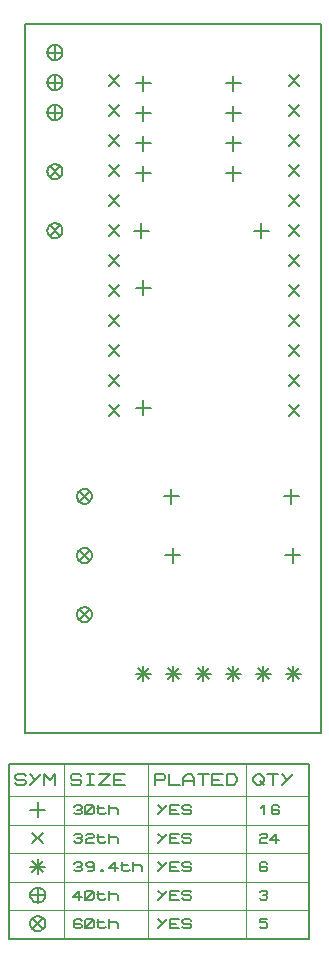
<source format=gbr>
G04 PROTEUS RS274X GERBER FILE*
%FSLAX26Y26*%
%MOIN*%
G01*
%ADD70C,0.008000*%
%ADD26C,0.005000*%
%ADD27C,0.002500*%
D70*
X-116103Y+616103D02*
X-80748Y+580748D01*
X-116103Y+580748D02*
X-80748Y+616103D01*
X-116103Y+516103D02*
X-80748Y+480748D01*
X-116103Y+480748D02*
X-80748Y+516103D01*
X-116103Y+416103D02*
X-80748Y+380748D01*
X-116103Y+380748D02*
X-80748Y+416103D01*
X-116103Y+316103D02*
X-80748Y+280748D01*
X-116103Y+280748D02*
X-80748Y+316103D01*
X-116103Y+216103D02*
X-80748Y+180748D01*
X-116103Y+180748D02*
X-80748Y+216103D01*
X-116103Y+116103D02*
X-80748Y+80748D01*
X-116103Y+80748D02*
X-80748Y+116103D01*
X-116103Y+16103D02*
X-80748Y-19252D01*
X-116103Y-19252D02*
X-80748Y+16103D01*
X-116103Y-83897D02*
X-80748Y-119252D01*
X-116103Y-119252D02*
X-80748Y-83897D01*
X-116103Y-183897D02*
X-80748Y-219252D01*
X-116103Y-219252D02*
X-80748Y-183897D01*
X-116103Y-283897D02*
X-80748Y-319252D01*
X-116103Y-319252D02*
X-80748Y-283897D01*
X-116103Y-383897D02*
X-80748Y-419252D01*
X-116103Y-419252D02*
X-80748Y-383897D01*
X-116103Y-483897D02*
X-80748Y-519252D01*
X-116103Y-519252D02*
X-80748Y-483897D01*
X+483897Y-483897D02*
X+519252Y-519252D01*
X+483897Y-519252D02*
X+519252Y-483897D01*
X+483897Y-383897D02*
X+519252Y-419252D01*
X+483897Y-419252D02*
X+519252Y-383897D01*
X+483897Y-283897D02*
X+519252Y-319252D01*
X+483897Y-319252D02*
X+519252Y-283897D01*
X+483897Y-183897D02*
X+519252Y-219252D01*
X+483897Y-219252D02*
X+519252Y-183897D01*
X+483897Y-83897D02*
X+519252Y-119252D01*
X+483897Y-119252D02*
X+519252Y-83897D01*
X+483897Y+16103D02*
X+519252Y-19252D01*
X+483897Y-19252D02*
X+519252Y+16103D01*
X+483897Y+116103D02*
X+519252Y+80748D01*
X+483897Y+80748D02*
X+519252Y+116103D01*
X+483897Y+216103D02*
X+519252Y+180748D01*
X+483897Y+180748D02*
X+519252Y+216103D01*
X+483897Y+316103D02*
X+519252Y+280748D01*
X+483897Y+280748D02*
X+519252Y+316103D01*
X+483897Y+416103D02*
X+519252Y+380748D01*
X+483897Y+380748D02*
X+519252Y+416103D01*
X+483897Y+516103D02*
X+519252Y+480748D01*
X+483897Y+480748D02*
X+519252Y+516103D01*
X+483897Y+616103D02*
X+519252Y+580748D01*
X+483897Y+580748D02*
X+519252Y+616103D01*
X+0Y+615551D02*
X+0Y+565551D01*
X-25000Y+590551D02*
X+25000Y+590551D01*
X+0Y+515551D02*
X+0Y+465551D01*
X-25000Y+490551D02*
X+25000Y+490551D01*
X+0Y+415551D02*
X+0Y+365551D01*
X-25000Y+390551D02*
X+25000Y+390551D01*
X+0Y+315551D02*
X+0Y+265551D01*
X-25000Y+290551D02*
X+25000Y+290551D01*
X+300000Y+315551D02*
X+300000Y+265551D01*
X+275000Y+290551D02*
X+325000Y+290551D01*
X+300000Y+415551D02*
X+300000Y+365551D01*
X+275000Y+390551D02*
X+325000Y+390551D01*
X+300000Y+515551D02*
X+300000Y+465551D01*
X+275000Y+490551D02*
X+325000Y+490551D01*
X+300000Y+615551D02*
X+300000Y+565551D01*
X+275000Y+590551D02*
X+325000Y+590551D01*
X+0Y-1352953D02*
X+0Y-1402953D01*
X-25000Y-1377953D02*
X+25000Y-1377953D01*
X-17678Y-1360275D02*
X+17678Y-1395630D01*
X-17678Y-1395630D02*
X+17678Y-1360275D01*
X+100000Y-1352953D02*
X+100000Y-1402953D01*
X+75000Y-1377953D02*
X+125000Y-1377953D01*
X+82322Y-1360275D02*
X+117678Y-1395630D01*
X+82322Y-1395630D02*
X+117678Y-1360275D01*
X+200000Y-1352953D02*
X+200000Y-1402953D01*
X+175000Y-1377953D02*
X+225000Y-1377953D01*
X+182322Y-1360275D02*
X+217678Y-1395630D01*
X+182322Y-1395630D02*
X+217678Y-1360275D01*
X+300000Y-1352953D02*
X+300000Y-1402953D01*
X+275000Y-1377953D02*
X+325000Y-1377953D01*
X+282322Y-1360275D02*
X+317678Y-1395630D01*
X+282322Y-1395630D02*
X+317678Y-1360275D01*
X+400000Y-1352953D02*
X+400000Y-1402953D01*
X+375000Y-1377953D02*
X+425000Y-1377953D01*
X+382322Y-1360275D02*
X+417678Y-1395630D01*
X+382322Y-1395630D02*
X+417678Y-1360275D01*
X+500000Y-1352953D02*
X+500000Y-1402953D01*
X+475000Y-1377953D02*
X+525000Y-1377953D01*
X+482322Y-1360275D02*
X+517678Y-1395630D01*
X+482322Y-1395630D02*
X+517678Y-1360275D01*
X-270276Y+692126D02*
X-270361Y+694191D01*
X-271056Y+698323D01*
X-272510Y+702455D01*
X-274883Y+706587D01*
X-278514Y+710674D01*
X-282646Y+713701D01*
X-286778Y+715637D01*
X-290910Y+716742D01*
X-295042Y+717125D01*
X-295276Y+717126D01*
X-320276Y+692126D02*
X-320191Y+694191D01*
X-319496Y+698323D01*
X-318042Y+702455D01*
X-315669Y+706587D01*
X-312038Y+710674D01*
X-307906Y+713701D01*
X-303774Y+715637D01*
X-299642Y+716742D01*
X-295510Y+717125D01*
X-295276Y+717126D01*
X-320276Y+692126D02*
X-320191Y+690061D01*
X-319496Y+685929D01*
X-318042Y+681797D01*
X-315669Y+677665D01*
X-312038Y+673578D01*
X-307906Y+670551D01*
X-303774Y+668615D01*
X-299642Y+667510D01*
X-295510Y+667127D01*
X-295276Y+667126D01*
X-270276Y+692126D02*
X-270361Y+690061D01*
X-271056Y+685929D01*
X-272510Y+681797D01*
X-274883Y+677665D01*
X-278514Y+673578D01*
X-282646Y+670551D01*
X-286778Y+668615D01*
X-290910Y+667510D01*
X-295042Y+667127D01*
X-295276Y+667126D01*
X-295276Y+717126D02*
X-295276Y+667126D01*
X-320276Y+692126D02*
X-270276Y+692126D01*
X-270276Y+592126D02*
X-270361Y+594191D01*
X-271056Y+598323D01*
X-272510Y+602455D01*
X-274883Y+606587D01*
X-278514Y+610674D01*
X-282646Y+613701D01*
X-286778Y+615637D01*
X-290910Y+616742D01*
X-295042Y+617125D01*
X-295276Y+617126D01*
X-320276Y+592126D02*
X-320191Y+594191D01*
X-319496Y+598323D01*
X-318042Y+602455D01*
X-315669Y+606587D01*
X-312038Y+610674D01*
X-307906Y+613701D01*
X-303774Y+615637D01*
X-299642Y+616742D01*
X-295510Y+617125D01*
X-295276Y+617126D01*
X-320276Y+592126D02*
X-320191Y+590061D01*
X-319496Y+585929D01*
X-318042Y+581797D01*
X-315669Y+577665D01*
X-312038Y+573578D01*
X-307906Y+570551D01*
X-303774Y+568615D01*
X-299642Y+567510D01*
X-295510Y+567127D01*
X-295276Y+567126D01*
X-270276Y+592126D02*
X-270361Y+590061D01*
X-271056Y+585929D01*
X-272510Y+581797D01*
X-274883Y+577665D01*
X-278514Y+573578D01*
X-282646Y+570551D01*
X-286778Y+568615D01*
X-290910Y+567510D01*
X-295042Y+567127D01*
X-295276Y+567126D01*
X-295276Y+617126D02*
X-295276Y+567126D01*
X-320276Y+592126D02*
X-270276Y+592126D01*
X-270276Y+492126D02*
X-270361Y+494191D01*
X-271056Y+498323D01*
X-272510Y+502455D01*
X-274883Y+506587D01*
X-278514Y+510674D01*
X-282646Y+513701D01*
X-286778Y+515637D01*
X-290910Y+516742D01*
X-295042Y+517125D01*
X-295276Y+517126D01*
X-320276Y+492126D02*
X-320191Y+494191D01*
X-319496Y+498323D01*
X-318042Y+502455D01*
X-315669Y+506587D01*
X-312038Y+510674D01*
X-307906Y+513701D01*
X-303774Y+515637D01*
X-299642Y+516742D01*
X-295510Y+517125D01*
X-295276Y+517126D01*
X-320276Y+492126D02*
X-320191Y+490061D01*
X-319496Y+485929D01*
X-318042Y+481797D01*
X-315669Y+477665D01*
X-312038Y+473578D01*
X-307906Y+470551D01*
X-303774Y+468615D01*
X-299642Y+467510D01*
X-295510Y+467127D01*
X-295276Y+467126D01*
X-270276Y+492126D02*
X-270361Y+490061D01*
X-271056Y+485929D01*
X-272510Y+481797D01*
X-274883Y+477665D01*
X-278514Y+473578D01*
X-282646Y+470551D01*
X-286778Y+468615D01*
X-290910Y+467510D01*
X-295042Y+467127D01*
X-295276Y+467126D01*
X-295276Y+517126D02*
X-295276Y+467126D01*
X-320276Y+492126D02*
X-270276Y+492126D01*
X-270276Y+295276D02*
X-270361Y+297341D01*
X-271056Y+301473D01*
X-272510Y+305605D01*
X-274883Y+309737D01*
X-278514Y+313824D01*
X-282646Y+316851D01*
X-286778Y+318787D01*
X-290910Y+319892D01*
X-295042Y+320275D01*
X-295276Y+320276D01*
X-320276Y+295276D02*
X-320191Y+297341D01*
X-319496Y+301473D01*
X-318042Y+305605D01*
X-315669Y+309737D01*
X-312038Y+313824D01*
X-307906Y+316851D01*
X-303774Y+318787D01*
X-299642Y+319892D01*
X-295510Y+320275D01*
X-295276Y+320276D01*
X-320276Y+295276D02*
X-320191Y+293211D01*
X-319496Y+289079D01*
X-318042Y+284947D01*
X-315669Y+280815D01*
X-312038Y+276728D01*
X-307906Y+273701D01*
X-303774Y+271765D01*
X-299642Y+270660D01*
X-295510Y+270277D01*
X-295276Y+270276D01*
X-270276Y+295276D02*
X-270361Y+293211D01*
X-271056Y+289079D01*
X-272510Y+284947D01*
X-274883Y+280815D01*
X-278514Y+276728D01*
X-282646Y+273701D01*
X-286778Y+271765D01*
X-290910Y+270660D01*
X-295042Y+270277D01*
X-295276Y+270276D01*
X-312953Y+312953D02*
X-277598Y+277598D01*
X-312953Y+277598D02*
X-277598Y+312953D01*
X-270276Y+98276D02*
X-270361Y+100341D01*
X-271056Y+104473D01*
X-272510Y+108605D01*
X-274883Y+112737D01*
X-278514Y+116824D01*
X-282646Y+119851D01*
X-286778Y+121787D01*
X-290910Y+122892D01*
X-295042Y+123275D01*
X-295276Y+123276D01*
X-320276Y+98276D02*
X-320191Y+100341D01*
X-319496Y+104473D01*
X-318042Y+108605D01*
X-315669Y+112737D01*
X-312038Y+116824D01*
X-307906Y+119851D01*
X-303774Y+121787D01*
X-299642Y+122892D01*
X-295510Y+123275D01*
X-295276Y+123276D01*
X-320276Y+98276D02*
X-320191Y+96211D01*
X-319496Y+92079D01*
X-318042Y+87947D01*
X-315669Y+83815D01*
X-312038Y+79728D01*
X-307906Y+76701D01*
X-303774Y+74765D01*
X-299642Y+73660D01*
X-295510Y+73277D01*
X-295276Y+73276D01*
X-270276Y+98276D02*
X-270361Y+96211D01*
X-271056Y+92079D01*
X-272510Y+87947D01*
X-274883Y+83815D01*
X-278514Y+79728D01*
X-282646Y+76701D01*
X-286778Y+74765D01*
X-290910Y+73660D01*
X-295042Y+73277D01*
X-295276Y+73276D01*
X-312953Y+115953D02*
X-277598Y+80598D01*
X-312953Y+80598D02*
X-277598Y+115953D01*
X-171850Y-787402D02*
X-171935Y-785337D01*
X-172630Y-781205D01*
X-174084Y-777073D01*
X-176457Y-772941D01*
X-180088Y-768854D01*
X-184220Y-765827D01*
X-188352Y-763891D01*
X-192484Y-762786D01*
X-196616Y-762403D01*
X-196850Y-762402D01*
X-221850Y-787402D02*
X-221765Y-785337D01*
X-221070Y-781205D01*
X-219616Y-777073D01*
X-217243Y-772941D01*
X-213612Y-768854D01*
X-209480Y-765827D01*
X-205348Y-763891D01*
X-201216Y-762786D01*
X-197084Y-762403D01*
X-196850Y-762402D01*
X-221850Y-787402D02*
X-221765Y-789467D01*
X-221070Y-793599D01*
X-219616Y-797731D01*
X-217243Y-801863D01*
X-213612Y-805950D01*
X-209480Y-808977D01*
X-205348Y-810913D01*
X-201216Y-812018D01*
X-197084Y-812401D01*
X-196850Y-812402D01*
X-171850Y-787402D02*
X-171935Y-789467D01*
X-172630Y-793599D01*
X-174084Y-797731D01*
X-176457Y-801863D01*
X-180088Y-805950D01*
X-184220Y-808977D01*
X-188352Y-810913D01*
X-192484Y-812018D01*
X-196616Y-812401D01*
X-196850Y-812402D01*
X-214528Y-769724D02*
X-179173Y-805079D01*
X-214528Y-805079D02*
X-179173Y-769724D01*
X-171850Y-984402D02*
X-171935Y-982337D01*
X-172630Y-978205D01*
X-174084Y-974073D01*
X-176457Y-969941D01*
X-180088Y-965854D01*
X-184220Y-962827D01*
X-188352Y-960891D01*
X-192484Y-959786D01*
X-196616Y-959403D01*
X-196850Y-959402D01*
X-221850Y-984402D02*
X-221765Y-982337D01*
X-221070Y-978205D01*
X-219616Y-974073D01*
X-217243Y-969941D01*
X-213612Y-965854D01*
X-209480Y-962827D01*
X-205348Y-960891D01*
X-201216Y-959786D01*
X-197084Y-959403D01*
X-196850Y-959402D01*
X-221850Y-984402D02*
X-221765Y-986467D01*
X-221070Y-990599D01*
X-219616Y-994731D01*
X-217243Y-998863D01*
X-213612Y-1002950D01*
X-209480Y-1005977D01*
X-205348Y-1007913D01*
X-201216Y-1009018D01*
X-197084Y-1009401D01*
X-196850Y-1009402D01*
X-171850Y-984402D02*
X-171935Y-986467D01*
X-172630Y-990599D01*
X-174084Y-994731D01*
X-176457Y-998863D01*
X-180088Y-1002950D01*
X-184220Y-1005977D01*
X-188352Y-1007913D01*
X-192484Y-1009018D01*
X-196616Y-1009401D01*
X-196850Y-1009402D01*
X-214528Y-966724D02*
X-179173Y-1002079D01*
X-214528Y-1002079D02*
X-179173Y-966724D01*
X-171850Y-1181402D02*
X-171935Y-1179337D01*
X-172630Y-1175205D01*
X-174084Y-1171073D01*
X-176457Y-1166941D01*
X-180088Y-1162854D01*
X-184220Y-1159827D01*
X-188352Y-1157891D01*
X-192484Y-1156786D01*
X-196616Y-1156403D01*
X-196850Y-1156402D01*
X-221850Y-1181402D02*
X-221765Y-1179337D01*
X-221070Y-1175205D01*
X-219616Y-1171073D01*
X-217243Y-1166941D01*
X-213612Y-1162854D01*
X-209480Y-1159827D01*
X-205348Y-1157891D01*
X-201216Y-1156786D01*
X-197084Y-1156403D01*
X-196850Y-1156402D01*
X-221850Y-1181402D02*
X-221765Y-1183467D01*
X-221070Y-1187599D01*
X-219616Y-1191731D01*
X-217243Y-1195863D01*
X-213612Y-1199950D01*
X-209480Y-1202977D01*
X-205348Y-1204913D01*
X-201216Y-1206018D01*
X-197084Y-1206401D01*
X-196850Y-1206402D01*
X-171850Y-1181402D02*
X-171935Y-1183467D01*
X-172630Y-1187599D01*
X-174084Y-1191731D01*
X-176457Y-1195863D01*
X-180088Y-1199950D01*
X-184220Y-1202977D01*
X-188352Y-1204913D01*
X-192484Y-1206018D01*
X-196616Y-1206401D01*
X-196850Y-1206402D01*
X-214528Y-1163724D02*
X-179173Y-1199079D01*
X-214528Y-1199079D02*
X-179173Y-1163724D01*
X+393701Y+123425D02*
X+393701Y+73425D01*
X+368701Y+98425D02*
X+418701Y+98425D01*
X-6299Y+123425D02*
X-6299Y+73425D01*
X-31299Y+98425D02*
X+18701Y+98425D01*
X+0Y-467126D02*
X+0Y-517126D01*
X-25000Y-492126D02*
X+25000Y-492126D01*
X+0Y-67126D02*
X+0Y-117126D01*
X-25000Y-92126D02*
X+25000Y-92126D01*
X+492126Y-762402D02*
X+492126Y-812402D01*
X+467126Y-787402D02*
X+517126Y-787402D01*
X+92126Y-762402D02*
X+92126Y-812402D01*
X+67126Y-787402D02*
X+117126Y-787402D01*
X+98425Y-959252D02*
X+98425Y-1009252D01*
X+73425Y-984252D02*
X+123425Y-984252D01*
X+498425Y-959252D02*
X+498425Y-1009252D01*
X+473425Y-984252D02*
X+523425Y-984252D01*
X-393701Y-1574803D02*
X+590551Y-1574803D01*
X+590551Y+787402D01*
X-393701Y+787402D01*
X-393701Y-1574803D01*
D26*
X-449276Y-2263803D02*
X+551724Y-2263803D01*
X+551724Y-1678803D01*
X-449276Y-1678803D01*
X-449276Y-2263803D01*
D27*
X-265275Y-1678803D02*
X-265275Y-2263803D01*
X+14725Y-1678803D02*
X+14725Y-2263803D01*
X+342725Y-1678803D02*
X+342725Y-2263803D01*
X-449276Y-1786303D02*
X+551724Y-1786303D01*
X-449276Y-1881303D02*
X+551724Y-1881303D01*
X-449276Y-1976303D02*
X+551724Y-1976303D01*
X-449276Y-2071303D02*
X+551724Y-2071303D01*
X-449276Y-2166303D02*
X+551724Y-2166303D01*
D26*
X-426776Y-1743303D02*
X-420776Y-1749303D01*
X-396776Y-1749303D01*
X-390776Y-1743303D01*
X-390776Y-1737303D01*
X-396776Y-1731303D01*
X-420776Y-1731303D01*
X-426776Y-1725303D01*
X-426776Y-1719303D01*
X-420776Y-1713303D01*
X-396776Y-1713303D01*
X-390776Y-1719303D01*
X-342776Y-1713303D02*
X-378776Y-1749303D01*
X-378776Y-1713303D02*
X-360776Y-1731303D01*
X-330776Y-1749303D02*
X-330776Y-1713303D01*
X-312776Y-1731303D01*
X-294776Y-1713303D01*
X-294776Y-1749303D01*
X-242776Y-1743303D02*
X-236776Y-1749303D01*
X-212776Y-1749303D01*
X-206776Y-1743303D01*
X-206776Y-1737303D01*
X-212776Y-1731303D01*
X-236776Y-1731303D01*
X-242776Y-1725303D01*
X-242776Y-1719303D01*
X-236776Y-1713303D01*
X-212776Y-1713303D01*
X-206776Y-1719303D01*
X-188776Y-1713303D02*
X-164776Y-1713303D01*
X-176776Y-1713303D02*
X-176776Y-1749303D01*
X-188776Y-1749303D02*
X-164776Y-1749303D01*
X-146776Y-1713303D02*
X-110776Y-1713303D01*
X-146776Y-1749303D01*
X-110776Y-1749303D01*
X-62776Y-1749303D02*
X-98776Y-1749303D01*
X-98776Y-1713303D01*
X-62776Y-1713303D01*
X-98776Y-1731303D02*
X-74776Y-1731303D01*
X+37224Y-1749303D02*
X+37224Y-1713303D01*
X+67224Y-1713303D01*
X+73224Y-1719303D01*
X+73224Y-1725303D01*
X+67224Y-1731303D01*
X+37224Y-1731303D01*
X+85224Y-1713303D02*
X+85224Y-1749303D01*
X+121224Y-1749303D01*
X+133224Y-1749303D02*
X+133224Y-1725303D01*
X+145224Y-1713303D01*
X+157224Y-1713303D01*
X+169224Y-1725303D01*
X+169224Y-1749303D01*
X+133224Y-1737303D02*
X+169224Y-1737303D01*
X+181224Y-1713303D02*
X+217224Y-1713303D01*
X+199224Y-1713303D02*
X+199224Y-1749303D01*
X+265224Y-1749303D02*
X+229224Y-1749303D01*
X+229224Y-1713303D01*
X+265224Y-1713303D01*
X+229224Y-1731303D02*
X+253224Y-1731303D01*
X+277224Y-1749303D02*
X+277224Y-1713303D01*
X+301224Y-1713303D01*
X+313224Y-1725303D01*
X+313224Y-1737303D01*
X+301224Y-1749303D01*
X+277224Y-1749303D01*
X+365224Y-1725303D02*
X+377224Y-1713303D01*
X+389224Y-1713303D01*
X+401224Y-1725303D01*
X+401224Y-1737303D01*
X+389224Y-1749303D01*
X+377224Y-1749303D01*
X+365224Y-1737303D01*
X+365224Y-1725303D01*
X+389224Y-1737303D02*
X+401224Y-1749303D01*
X+413224Y-1713303D02*
X+449224Y-1713303D01*
X+431224Y-1713303D02*
X+431224Y-1749303D01*
X+497224Y-1713303D02*
X+461224Y-1749303D01*
X+461224Y-1713303D02*
X+479224Y-1731303D01*
D70*
X-352276Y-1806303D02*
X-352276Y-1856303D01*
X-377276Y-1831303D02*
X-327276Y-1831303D01*
D26*
X-230276Y-1821303D02*
X-225276Y-1816303D01*
X-210276Y-1816303D01*
X-205276Y-1821303D01*
X-205276Y-1826303D01*
X-210276Y-1831303D01*
X-205276Y-1836303D01*
X-205276Y-1841303D01*
X-210276Y-1846303D01*
X-225276Y-1846303D01*
X-230276Y-1841303D01*
X-220276Y-1831303D02*
X-210276Y-1831303D01*
X-195276Y-1841303D02*
X-195276Y-1821303D01*
X-190276Y-1816303D01*
X-170276Y-1816303D01*
X-165276Y-1821303D01*
X-165276Y-1841303D01*
X-170276Y-1846303D01*
X-190276Y-1846303D01*
X-195276Y-1841303D01*
X-195276Y-1846303D02*
X-165276Y-1816303D01*
X-150276Y-1816303D02*
X-150276Y-1841303D01*
X-145276Y-1846303D01*
X-130276Y-1846303D01*
X-125276Y-1841303D01*
X-155276Y-1826303D02*
X-130276Y-1826303D01*
X-85276Y-1846303D02*
X-85276Y-1831303D01*
X-90276Y-1826303D01*
X-110276Y-1826303D01*
X-115276Y-1831303D01*
X-115276Y-1816303D02*
X-115276Y-1846303D01*
X+79724Y-1816303D02*
X+49724Y-1846303D01*
X+49724Y-1816303D02*
X+64724Y-1831303D01*
X+119724Y-1846303D02*
X+89724Y-1846303D01*
X+89724Y-1816303D01*
X+119724Y-1816303D01*
X+89724Y-1831303D02*
X+109724Y-1831303D01*
X+129724Y-1841303D02*
X+134724Y-1846303D01*
X+154724Y-1846303D01*
X+159724Y-1841303D01*
X+159724Y-1836303D01*
X+154724Y-1831303D01*
X+134724Y-1831303D01*
X+129724Y-1826303D01*
X+129724Y-1821303D01*
X+134724Y-1816303D01*
X+154724Y-1816303D01*
X+159724Y-1821303D01*
X+392724Y-1826303D02*
X+402724Y-1816303D01*
X+402724Y-1846303D01*
X+452724Y-1821303D02*
X+447724Y-1816303D01*
X+432724Y-1816303D01*
X+427724Y-1821303D01*
X+427724Y-1841303D01*
X+432724Y-1846303D01*
X+447724Y-1846303D01*
X+452724Y-1841303D01*
X+452724Y-1836303D01*
X+447724Y-1831303D01*
X+427724Y-1831303D01*
D70*
X-369953Y-1908626D02*
X-334598Y-1943981D01*
X-369953Y-1943981D02*
X-334598Y-1908626D01*
D26*
X-230276Y-1916303D02*
X-225276Y-1911303D01*
X-210276Y-1911303D01*
X-205276Y-1916303D01*
X-205276Y-1921303D01*
X-210276Y-1926303D01*
X-205276Y-1931303D01*
X-205276Y-1936303D01*
X-210276Y-1941303D01*
X-225276Y-1941303D01*
X-230276Y-1936303D01*
X-220276Y-1926303D02*
X-210276Y-1926303D01*
X-190276Y-1916303D02*
X-185276Y-1911303D01*
X-170276Y-1911303D01*
X-165276Y-1916303D01*
X-165276Y-1921303D01*
X-170276Y-1926303D01*
X-185276Y-1926303D01*
X-190276Y-1931303D01*
X-190276Y-1941303D01*
X-165276Y-1941303D01*
X-150276Y-1911303D02*
X-150276Y-1936303D01*
X-145276Y-1941303D01*
X-130276Y-1941303D01*
X-125276Y-1936303D01*
X-155276Y-1921303D02*
X-130276Y-1921303D01*
X-85276Y-1941303D02*
X-85276Y-1926303D01*
X-90276Y-1921303D01*
X-110276Y-1921303D01*
X-115276Y-1926303D01*
X-115276Y-1911303D02*
X-115276Y-1941303D01*
X+79724Y-1911303D02*
X+49724Y-1941303D01*
X+49724Y-1911303D02*
X+64724Y-1926303D01*
X+119724Y-1941303D02*
X+89724Y-1941303D01*
X+89724Y-1911303D01*
X+119724Y-1911303D01*
X+89724Y-1926303D02*
X+109724Y-1926303D01*
X+129724Y-1936303D02*
X+134724Y-1941303D01*
X+154724Y-1941303D01*
X+159724Y-1936303D01*
X+159724Y-1931303D01*
X+154724Y-1926303D01*
X+134724Y-1926303D01*
X+129724Y-1921303D01*
X+129724Y-1916303D01*
X+134724Y-1911303D01*
X+154724Y-1911303D01*
X+159724Y-1916303D01*
X+387724Y-1916303D02*
X+392724Y-1911303D01*
X+407724Y-1911303D01*
X+412724Y-1916303D01*
X+412724Y-1921303D01*
X+407724Y-1926303D01*
X+392724Y-1926303D01*
X+387724Y-1931303D01*
X+387724Y-1941303D01*
X+412724Y-1941303D01*
X+452724Y-1931303D02*
X+422724Y-1931303D01*
X+442724Y-1911303D01*
X+442724Y-1941303D01*
D70*
X-352276Y-1996303D02*
X-352276Y-2046303D01*
X-377276Y-2021303D02*
X-327276Y-2021303D01*
X-369953Y-2003626D02*
X-334598Y-2038981D01*
X-369953Y-2038981D02*
X-334598Y-2003626D01*
D26*
X-230276Y-2011303D02*
X-225276Y-2006303D01*
X-210276Y-2006303D01*
X-205276Y-2011303D01*
X-205276Y-2016303D01*
X-210276Y-2021303D01*
X-205276Y-2026303D01*
X-205276Y-2031303D01*
X-210276Y-2036303D01*
X-225276Y-2036303D01*
X-230276Y-2031303D01*
X-220276Y-2021303D02*
X-210276Y-2021303D01*
X-165276Y-2016303D02*
X-170276Y-2021303D01*
X-185276Y-2021303D01*
X-190276Y-2016303D01*
X-190276Y-2011303D01*
X-185276Y-2006303D01*
X-170276Y-2006303D01*
X-165276Y-2011303D01*
X-165276Y-2031303D01*
X-170276Y-2036303D01*
X-185276Y-2036303D01*
X-140276Y-2031303D02*
X-135276Y-2031303D01*
X-135276Y-2036303D01*
X-140276Y-2036303D01*
X-140276Y-2031303D01*
X-85276Y-2026303D02*
X-115276Y-2026303D01*
X-95276Y-2006303D01*
X-95276Y-2036303D01*
X-70276Y-2006303D02*
X-70276Y-2031303D01*
X-65276Y-2036303D01*
X-50276Y-2036303D01*
X-45276Y-2031303D01*
X-75276Y-2016303D02*
X-50276Y-2016303D01*
X-5276Y-2036303D02*
X-5276Y-2021303D01*
X-10276Y-2016303D01*
X-30276Y-2016303D01*
X-35276Y-2021303D01*
X-35276Y-2006303D02*
X-35276Y-2036303D01*
X+79724Y-2006303D02*
X+49724Y-2036303D01*
X+49724Y-2006303D02*
X+64724Y-2021303D01*
X+119724Y-2036303D02*
X+89724Y-2036303D01*
X+89724Y-2006303D01*
X+119724Y-2006303D01*
X+89724Y-2021303D02*
X+109724Y-2021303D01*
X+129724Y-2031303D02*
X+134724Y-2036303D01*
X+154724Y-2036303D01*
X+159724Y-2031303D01*
X+159724Y-2026303D01*
X+154724Y-2021303D01*
X+134724Y-2021303D01*
X+129724Y-2016303D01*
X+129724Y-2011303D01*
X+134724Y-2006303D01*
X+154724Y-2006303D01*
X+159724Y-2011303D01*
X+412724Y-2011303D02*
X+407724Y-2006303D01*
X+392724Y-2006303D01*
X+387724Y-2011303D01*
X+387724Y-2031303D01*
X+392724Y-2036303D01*
X+407724Y-2036303D01*
X+412724Y-2031303D01*
X+412724Y-2026303D01*
X+407724Y-2021303D01*
X+387724Y-2021303D01*
D70*
X-327276Y-2116303D02*
X-327361Y-2114238D01*
X-328056Y-2110106D01*
X-329510Y-2105974D01*
X-331883Y-2101842D01*
X-335514Y-2097755D01*
X-339646Y-2094728D01*
X-343778Y-2092792D01*
X-347910Y-2091687D01*
X-352042Y-2091304D01*
X-352276Y-2091303D01*
X-377276Y-2116303D02*
X-377191Y-2114238D01*
X-376496Y-2110106D01*
X-375042Y-2105974D01*
X-372669Y-2101842D01*
X-369038Y-2097755D01*
X-364906Y-2094728D01*
X-360774Y-2092792D01*
X-356642Y-2091687D01*
X-352510Y-2091304D01*
X-352276Y-2091303D01*
X-377276Y-2116303D02*
X-377191Y-2118368D01*
X-376496Y-2122500D01*
X-375042Y-2126632D01*
X-372669Y-2130764D01*
X-369038Y-2134851D01*
X-364906Y-2137878D01*
X-360774Y-2139814D01*
X-356642Y-2140919D01*
X-352510Y-2141302D01*
X-352276Y-2141303D01*
X-327276Y-2116303D02*
X-327361Y-2118368D01*
X-328056Y-2122500D01*
X-329510Y-2126632D01*
X-331883Y-2130764D01*
X-335514Y-2134851D01*
X-339646Y-2137878D01*
X-343778Y-2139814D01*
X-347910Y-2140919D01*
X-352042Y-2141302D01*
X-352276Y-2141303D01*
X-352276Y-2091303D02*
X-352276Y-2141303D01*
X-377276Y-2116303D02*
X-327276Y-2116303D01*
D26*
X-205276Y-2121303D02*
X-235276Y-2121303D01*
X-215276Y-2101303D01*
X-215276Y-2131303D01*
X-195276Y-2126303D02*
X-195276Y-2106303D01*
X-190276Y-2101303D01*
X-170276Y-2101303D01*
X-165276Y-2106303D01*
X-165276Y-2126303D01*
X-170276Y-2131303D01*
X-190276Y-2131303D01*
X-195276Y-2126303D01*
X-195276Y-2131303D02*
X-165276Y-2101303D01*
X-150276Y-2101303D02*
X-150276Y-2126303D01*
X-145276Y-2131303D01*
X-130276Y-2131303D01*
X-125276Y-2126303D01*
X-155276Y-2111303D02*
X-130276Y-2111303D01*
X-85276Y-2131303D02*
X-85276Y-2116303D01*
X-90276Y-2111303D01*
X-110276Y-2111303D01*
X-115276Y-2116303D01*
X-115276Y-2101303D02*
X-115276Y-2131303D01*
X+79724Y-2101303D02*
X+49724Y-2131303D01*
X+49724Y-2101303D02*
X+64724Y-2116303D01*
X+119724Y-2131303D02*
X+89724Y-2131303D01*
X+89724Y-2101303D01*
X+119724Y-2101303D01*
X+89724Y-2116303D02*
X+109724Y-2116303D01*
X+129724Y-2126303D02*
X+134724Y-2131303D01*
X+154724Y-2131303D01*
X+159724Y-2126303D01*
X+159724Y-2121303D01*
X+154724Y-2116303D01*
X+134724Y-2116303D01*
X+129724Y-2111303D01*
X+129724Y-2106303D01*
X+134724Y-2101303D01*
X+154724Y-2101303D01*
X+159724Y-2106303D01*
X+387724Y-2106303D02*
X+392724Y-2101303D01*
X+407724Y-2101303D01*
X+412724Y-2106303D01*
X+412724Y-2111303D01*
X+407724Y-2116303D01*
X+412724Y-2121303D01*
X+412724Y-2126303D01*
X+407724Y-2131303D01*
X+392724Y-2131303D01*
X+387724Y-2126303D01*
X+397724Y-2116303D02*
X+407724Y-2116303D01*
D70*
X-327276Y-2211303D02*
X-327361Y-2209238D01*
X-328056Y-2205106D01*
X-329510Y-2200974D01*
X-331883Y-2196842D01*
X-335514Y-2192755D01*
X-339646Y-2189728D01*
X-343778Y-2187792D01*
X-347910Y-2186687D01*
X-352042Y-2186304D01*
X-352276Y-2186303D01*
X-377276Y-2211303D02*
X-377191Y-2209238D01*
X-376496Y-2205106D01*
X-375042Y-2200974D01*
X-372669Y-2196842D01*
X-369038Y-2192755D01*
X-364906Y-2189728D01*
X-360774Y-2187792D01*
X-356642Y-2186687D01*
X-352510Y-2186304D01*
X-352276Y-2186303D01*
X-377276Y-2211303D02*
X-377191Y-2213368D01*
X-376496Y-2217500D01*
X-375042Y-2221632D01*
X-372669Y-2225764D01*
X-369038Y-2229851D01*
X-364906Y-2232878D01*
X-360774Y-2234814D01*
X-356642Y-2235919D01*
X-352510Y-2236302D01*
X-352276Y-2236303D01*
X-327276Y-2211303D02*
X-327361Y-2213368D01*
X-328056Y-2217500D01*
X-329510Y-2221632D01*
X-331883Y-2225764D01*
X-335514Y-2229851D01*
X-339646Y-2232878D01*
X-343778Y-2234814D01*
X-347910Y-2235919D01*
X-352042Y-2236302D01*
X-352276Y-2236303D01*
X-369953Y-2193626D02*
X-334598Y-2228981D01*
X-369953Y-2228981D02*
X-334598Y-2193626D01*
D26*
X-205276Y-2201303D02*
X-210276Y-2196303D01*
X-225276Y-2196303D01*
X-230276Y-2201303D01*
X-230276Y-2221303D01*
X-225276Y-2226303D01*
X-210276Y-2226303D01*
X-205276Y-2221303D01*
X-205276Y-2216303D01*
X-210276Y-2211303D01*
X-230276Y-2211303D01*
X-195276Y-2221303D02*
X-195276Y-2201303D01*
X-190276Y-2196303D01*
X-170276Y-2196303D01*
X-165276Y-2201303D01*
X-165276Y-2221303D01*
X-170276Y-2226303D01*
X-190276Y-2226303D01*
X-195276Y-2221303D01*
X-195276Y-2226303D02*
X-165276Y-2196303D01*
X-150276Y-2196303D02*
X-150276Y-2221303D01*
X-145276Y-2226303D01*
X-130276Y-2226303D01*
X-125276Y-2221303D01*
X-155276Y-2206303D02*
X-130276Y-2206303D01*
X-85276Y-2226303D02*
X-85276Y-2211303D01*
X-90276Y-2206303D01*
X-110276Y-2206303D01*
X-115276Y-2211303D01*
X-115276Y-2196303D02*
X-115276Y-2226303D01*
X+79724Y-2196303D02*
X+49724Y-2226303D01*
X+49724Y-2196303D02*
X+64724Y-2211303D01*
X+119724Y-2226303D02*
X+89724Y-2226303D01*
X+89724Y-2196303D01*
X+119724Y-2196303D01*
X+89724Y-2211303D02*
X+109724Y-2211303D01*
X+129724Y-2221303D02*
X+134724Y-2226303D01*
X+154724Y-2226303D01*
X+159724Y-2221303D01*
X+159724Y-2216303D01*
X+154724Y-2211303D01*
X+134724Y-2211303D01*
X+129724Y-2206303D01*
X+129724Y-2201303D01*
X+134724Y-2196303D01*
X+154724Y-2196303D01*
X+159724Y-2201303D01*
X+412724Y-2196303D02*
X+387724Y-2196303D01*
X+387724Y-2206303D01*
X+407724Y-2206303D01*
X+412724Y-2211303D01*
X+412724Y-2221303D01*
X+407724Y-2226303D01*
X+392724Y-2226303D01*
X+387724Y-2221303D01*
M02*

</source>
